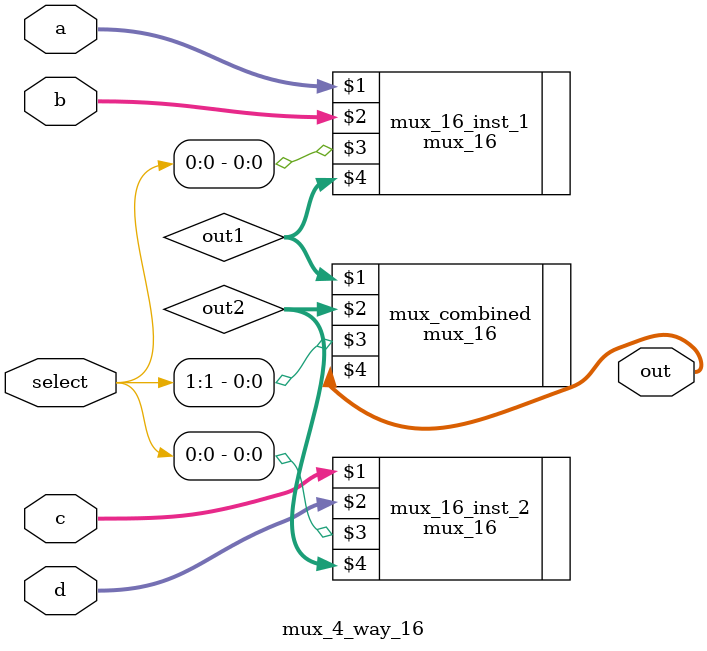
<source format=sv>
`ifndef mux_16
  `include "mux_16.sv"
`endif
`define mux_4_way_16 1

module mux_4_way_16(
  input  [15:0] a,
  input  [15:0] b,
  input  [15:0] c,
  input  [15:0] d,
  input  [1:0]  select,
  output [15:0] out
);

  wire [15:0] out1;
  wire [15:0] out2;
  mux_16 #(1) mux_16_inst_1(a, b, select[0], out1);
  mux_16 #(2) mux_16_inst_2(c, d, select[0], out2);
  mux_16 #(3) mux_combined(out1, out2, select[1], out);

endmodule

</source>
